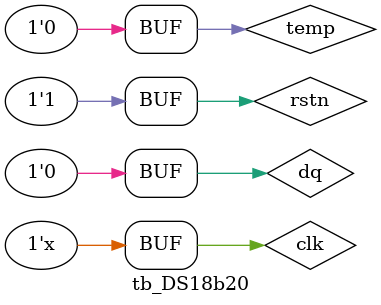
<source format=v>
`timescale 1ns / 1ps
module tb_DS18b20();

reg           clk      ;
reg           rstn     ;
wire          dq       ;
wire [19:0]   temp_data;
wire          sign     ;

reg temp;
always#10 clk <= !clk;
initial begin
    clk  = 0;
    rstn = 0;
    temp = 1;
    #100;
    rstn = 1;
    #570000;
    temp = 0;
    #780000000;//仿真要等很长时间
    repeat(40)begin
        temp = 1;#570000;
        temp = 0;#570000;
    end
end
assign dq = temp;
DS18b20 uu(
    .clk        (clk      ),  //input               clk      ,        //系统时钟，50M
    .rstn       (rstn     ),  //input               rstn     ,       //低电平有效的复位信号    
    .dq         (dq       ),  //inout               dq       ,        //单总线（双向信号）
    .temp_data  (temp_data),  //output reg [19:0]   temp_data,       // 转换后得到的温度值
    .sign       (sign     )   //output reg          sign           // 符号位
);

endmodule

</source>
